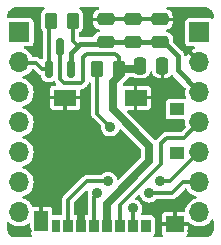
<source format=gbr>
%TF.GenerationSoftware,KiCad,Pcbnew,7.0.9*%
%TF.CreationDate,2024-02-17T11:22:31-05:00*%
%TF.ProjectId,uSD Card with Power Switch - for Xiao or QT Py,75534420-4361-4726-9420-776974682050,V1*%
%TF.SameCoordinates,Original*%
%TF.FileFunction,Copper,L1,Top*%
%TF.FilePolarity,Positive*%
%FSLAX46Y46*%
G04 Gerber Fmt 4.6, Leading zero omitted, Abs format (unit mm)*
G04 Created by KiCad (PCBNEW 7.0.9) date 2024-02-17 11:22:31*
%MOMM*%
%LPD*%
G01*
G04 APERTURE LIST*
G04 Aperture macros list*
%AMRoundRect*
0 Rectangle with rounded corners*
0 $1 Rounding radius*
0 $2 $3 $4 $5 $6 $7 $8 $9 X,Y pos of 4 corners*
0 Add a 4 corners polygon primitive as box body*
4,1,4,$2,$3,$4,$5,$6,$7,$8,$9,$2,$3,0*
0 Add four circle primitives for the rounded corners*
1,1,$1+$1,$2,$3*
1,1,$1+$1,$4,$5*
1,1,$1+$1,$6,$7*
1,1,$1+$1,$8,$9*
0 Add four rect primitives between the rounded corners*
20,1,$1+$1,$2,$3,$4,$5,0*
20,1,$1+$1,$4,$5,$6,$7,0*
20,1,$1+$1,$6,$7,$8,$9,0*
20,1,$1+$1,$8,$9,$2,$3,0*%
G04 Aperture macros list end*
%TA.AperFunction,ComponentPad*%
%ADD10R,1.700000X1.700000*%
%TD*%
%TA.AperFunction,ComponentPad*%
%ADD11O,1.700000X1.700000*%
%TD*%
%TA.AperFunction,SMDPad,CuDef*%
%ADD12RoundRect,0.250000X0.475000X-0.250000X0.475000X0.250000X-0.475000X0.250000X-0.475000X-0.250000X0*%
%TD*%
%TA.AperFunction,SMDPad,CuDef*%
%ADD13RoundRect,0.150000X0.150000X-0.587500X0.150000X0.587500X-0.150000X0.587500X-0.150000X-0.587500X0*%
%TD*%
%TA.AperFunction,SMDPad,CuDef*%
%ADD14R,0.850000X1.100000*%
%TD*%
%TA.AperFunction,SMDPad,CuDef*%
%ADD15R,0.750000X1.100000*%
%TD*%
%TA.AperFunction,SMDPad,CuDef*%
%ADD16R,1.200000X1.000000*%
%TD*%
%TA.AperFunction,SMDPad,CuDef*%
%ADD17R,1.550000X1.350000*%
%TD*%
%TA.AperFunction,SMDPad,CuDef*%
%ADD18R,1.900000X1.350000*%
%TD*%
%TA.AperFunction,SMDPad,CuDef*%
%ADD19R,1.170000X1.800000*%
%TD*%
%TA.AperFunction,SMDPad,CuDef*%
%ADD20RoundRect,0.250000X0.262500X0.450000X-0.262500X0.450000X-0.262500X-0.450000X0.262500X-0.450000X0*%
%TD*%
%TA.AperFunction,SMDPad,CuDef*%
%ADD21RoundRect,0.250000X-0.250000X-0.475000X0.250000X-0.475000X0.250000X0.475000X-0.250000X0.475000X0*%
%TD*%
%TA.AperFunction,ViaPad*%
%ADD22C,0.800000*%
%TD*%
%TA.AperFunction,ViaPad*%
%ADD23C,0.900000*%
%TD*%
%TA.AperFunction,Conductor*%
%ADD24C,0.300000*%
%TD*%
%TA.AperFunction,Conductor*%
%ADD25C,0.700000*%
%TD*%
%TA.AperFunction,Conductor*%
%ADD26C,0.450000*%
%TD*%
G04 APERTURE END LIST*
D10*
%TO.P,J2,1,Pin_1*%
%TO.N,unconnected-(J2-Pin_1-Pad1)*%
X151300000Y-71380000D03*
D11*
%TO.P,J2,2,Pin_2*%
%TO.N,PWR_ENABLE_N*%
X151300000Y-73920000D03*
%TO.P,J2,3,Pin_3*%
%TO.N,Net-(J2-Pin_3)*%
X151300000Y-76460000D03*
%TO.P,J2,4,Pin_4*%
%TO.N,Net-(J2-Pin_4)*%
X151300000Y-79000000D03*
%TO.P,J2,5,Pin_5*%
%TO.N,unconnected-(J2-Pin_5-Pad5)*%
X151300000Y-81540000D03*
%TO.P,J2,6,Pin_6*%
%TO.N,unconnected-(J2-Pin_6-Pad6)*%
X151300000Y-84080000D03*
%TO.P,J2,7,Pin_7*%
%TO.N,unconnected-(J2-Pin_7-Pad7)*%
X151300000Y-86620000D03*
%TD*%
D12*
%TO.P,C1,1*%
%TO.N,+3.3V*%
X163200000Y-72200000D03*
%TO.P,C1,2*%
%TO.N,GND*%
X163200000Y-70300000D03*
%TD*%
%TO.P,C3,1*%
%TO.N,+3.3V*%
X158600000Y-72200000D03*
%TO.P,C3,2*%
%TO.N,GND*%
X158600000Y-70300000D03*
%TD*%
D13*
%TO.P,Q1,1,G*%
%TO.N,PWR_ENABLE_N*%
X153800000Y-74475000D03*
%TO.P,Q1,2,S*%
%TO.N,+3.3V*%
X155700000Y-74475000D03*
%TO.P,Q1,3,D*%
%TO.N,/SD_PWR_RAIL*%
X154750000Y-72600000D03*
%TD*%
D14*
%TO.P,J3,1,DAT2*%
%TO.N,unconnected-(J3-DAT2-Pad1)*%
X162005000Y-87750000D03*
%TO.P,J3,2,DAT3/CD*%
%TO.N,CS_N*%
X160905000Y-87750000D03*
%TO.P,J3,3,CMD*%
%TO.N,MOSI*%
X159805000Y-87750000D03*
%TO.P,J3,4,VDD*%
%TO.N,/SD_PWR_RAIL*%
X158705000Y-87750000D03*
%TO.P,J3,5,CLK*%
%TO.N,SCLK*%
X157605000Y-87750000D03*
%TO.P,J3,6,VSS*%
%TO.N,GND*%
X156505000Y-87750000D03*
%TO.P,J3,7,DAT0*%
%TO.N,MISO*%
X155405000Y-87750000D03*
D15*
%TO.P,J3,8,DAT1*%
%TO.N,unconnected-(J3-DAT1-Pad8)*%
X154355000Y-87750000D03*
D16*
%TO.P,J3,9,DET_B*%
%TO.N,unconnected-(J3-DET_B-Pad9)*%
X164640000Y-81600000D03*
%TO.P,J3,10,DET_A*%
%TO.N,unconnected-(J3-DET_A-Pad10)*%
X164640000Y-77900000D03*
D17*
%TO.P,J3,11,SHIELD*%
%TO.N,GND*%
X164465000Y-87625000D03*
D18*
X161140000Y-76925000D03*
X155170000Y-76925000D03*
D19*
X153145000Y-87400000D03*
%TD*%
D20*
%TO.P,R1,1*%
%TO.N,/SD_PWR_RAIL*%
X159700000Y-74500000D03*
%TO.P,R1,2*%
%TO.N,CS_N*%
X157875000Y-74500000D03*
%TD*%
D21*
%TO.P,C2,1*%
%TO.N,/SD_PWR_RAIL*%
X161500000Y-74200000D03*
%TO.P,C2,2*%
%TO.N,GND*%
X163400000Y-74200000D03*
%TD*%
D20*
%TO.P,R2,1*%
%TO.N,+3.3V*%
X155825000Y-70400000D03*
%TO.P,R2,2*%
%TO.N,PWR_ENABLE_N*%
X154000000Y-70400000D03*
%TD*%
D10*
%TO.P,J1,1,Pin_1*%
%TO.N,+5V*%
X166540000Y-71380000D03*
D11*
%TO.P,J1,2,Pin_2*%
%TO.N,GND*%
X166540000Y-73920000D03*
%TO.P,J1,3,Pin_3*%
%TO.N,+3.3V*%
X166540000Y-76460000D03*
%TO.P,J1,4,Pin_4*%
%TO.N,MOSI*%
X166540000Y-79000000D03*
%TO.P,J1,5,Pin_5*%
%TO.N,MISO*%
X166540000Y-81540000D03*
%TO.P,J1,6,Pin_6*%
%TO.N,SCLK*%
X166540000Y-84080000D03*
%TO.P,J1,7,Pin_7*%
%TO.N,unconnected-(J1-Pin_7-Pad7)*%
X166540000Y-86620000D03*
%TD*%
D12*
%TO.P,C4,1*%
%TO.N,+3.3V*%
X160900000Y-72200000D03*
%TO.P,C4,2*%
%TO.N,GND*%
X160900000Y-70300000D03*
%TD*%
D22*
%TO.N,GND*%
X167000000Y-88200000D03*
D23*
X153300000Y-76100000D03*
X157200000Y-71200000D03*
X156420525Y-86279475D03*
X153200000Y-83700000D03*
X163100000Y-77800000D03*
D22*
X152700000Y-69800000D03*
D23*
X161000000Y-81600000D03*
X161700000Y-78500000D03*
X164500000Y-76200000D03*
X162300000Y-86300000D03*
X156500000Y-78600000D03*
X163000000Y-79500000D03*
X164700000Y-71400000D03*
X153100000Y-85500000D03*
D22*
X150800000Y-88200000D03*
D23*
X164700000Y-70100000D03*
X155000000Y-78600000D03*
X154800000Y-84500000D03*
D22*
X165900000Y-88200000D03*
X151900000Y-88200000D03*
D23*
X163300000Y-76200000D03*
X153600000Y-82200000D03*
X164200000Y-86000000D03*
%TO.N,MISO*%
X163200000Y-84000000D03*
X158800000Y-84000000D03*
%TO.N,SCLK*%
X162300000Y-85000000D03*
X157900000Y-85000000D03*
%TO.N,CS_N*%
X160900000Y-86300000D03*
X159000000Y-79400000D03*
%TD*%
D24*
%TO.N,GND*%
X166540000Y-73920000D02*
X164700000Y-72080000D01*
D25*
X156505000Y-86363950D02*
X156505000Y-87750000D01*
D24*
X158600000Y-70300000D02*
X163200000Y-70300000D01*
X164700000Y-72080000D02*
X164700000Y-71400000D01*
D25*
X156420525Y-86279475D02*
X156505000Y-86363950D01*
D24*
%TO.N,+3.3V*%
X155700000Y-70525000D02*
X155825000Y-70400000D01*
X155825000Y-70400000D02*
X155825000Y-72125000D01*
D26*
X158600000Y-72200000D02*
X158400000Y-72400000D01*
D24*
X163200000Y-72200000D02*
X163500000Y-72200000D01*
X155825000Y-72125000D02*
X156275000Y-72575000D01*
D26*
X156450000Y-72400000D02*
X156275000Y-72575000D01*
X155700000Y-73150000D02*
X155700000Y-74475000D01*
X166540000Y-76460000D02*
X164700000Y-74620000D01*
X164700000Y-73400000D02*
X163500000Y-72200000D01*
X164700000Y-74620000D02*
X164700000Y-73400000D01*
X156275000Y-72575000D02*
X155700000Y-73150000D01*
X160900000Y-72200000D02*
X163200000Y-72200000D01*
X158400000Y-72400000D02*
X156450000Y-72400000D01*
X160900000Y-72200000D02*
X158600000Y-72200000D01*
D24*
%TO.N,MOSI*%
X163800000Y-80300000D02*
X165240000Y-80300000D01*
X159805000Y-87750000D02*
X159805000Y-85995000D01*
X165240000Y-80300000D02*
X166540000Y-79000000D01*
X163300000Y-82500000D02*
X163300000Y-80800000D01*
X163300000Y-80800000D02*
X163800000Y-80300000D01*
X159805000Y-85995000D02*
X163300000Y-82500000D01*
%TO.N,MISO*%
X164080000Y-84000000D02*
X166540000Y-81540000D01*
X155405000Y-85595000D02*
X155405000Y-87750000D01*
X158800000Y-84000000D02*
X157000000Y-84000000D01*
X157000000Y-84000000D02*
X155405000Y-85595000D01*
X163200000Y-84000000D02*
X164080000Y-84000000D01*
%TO.N,SCLK*%
X164200000Y-85000000D02*
X165120000Y-84080000D01*
X157900000Y-85000000D02*
X157605000Y-85295000D01*
X162300000Y-85000000D02*
X164200000Y-85000000D01*
X165120000Y-84080000D02*
X166540000Y-84080000D01*
X157605000Y-85295000D02*
X157605000Y-87750000D01*
%TO.N,CS_N*%
X160905000Y-87750000D02*
X160905000Y-86305000D01*
X159000000Y-79400000D02*
X157875000Y-78275000D01*
X157875000Y-78275000D02*
X157875000Y-74500000D01*
X160905000Y-86305000D02*
X160900000Y-86300000D01*
%TO.N,PWR_ENABLE_N*%
X153175000Y-74475000D02*
X152700000Y-74000000D01*
X151380000Y-74000000D02*
X151300000Y-73920000D01*
X153800000Y-74475000D02*
X153175000Y-74475000D01*
X152700000Y-74000000D02*
X151380000Y-74000000D01*
X153800000Y-70600000D02*
X153800000Y-74475000D01*
X154000000Y-70400000D02*
X153800000Y-70600000D01*
%TO.N,/SD_PWR_RAIL*%
X159400000Y-73200000D02*
X159700000Y-73500000D01*
D25*
X161200000Y-74500000D02*
X161500000Y-74200000D01*
D24*
X154750000Y-75350000D02*
X155100000Y-75700000D01*
D25*
X159200000Y-77900000D02*
X159200000Y-75600000D01*
D24*
X155100000Y-75700000D02*
X156500000Y-75700000D01*
D25*
X158705000Y-85895000D02*
X162300000Y-82300000D01*
X159200000Y-75600000D02*
X159700000Y-75100000D01*
X159700000Y-75100000D02*
X159700000Y-74500000D01*
D24*
X157000000Y-73200000D02*
X159400000Y-73200000D01*
D25*
X162300000Y-81000000D02*
X159200000Y-77900000D01*
D24*
X156700000Y-73500000D02*
X157000000Y-73200000D01*
X156700000Y-75500000D02*
X156700000Y-73500000D01*
D25*
X158705000Y-87750000D02*
X158705000Y-85895000D01*
X162300000Y-82300000D02*
X162300000Y-81000000D01*
X159700000Y-74500000D02*
X161200000Y-74500000D01*
D24*
X154750000Y-72600000D02*
X154750000Y-75350000D01*
X159700000Y-73500000D02*
X159700000Y-74500000D01*
X156500000Y-75700000D02*
X156700000Y-75500000D01*
%TD*%
%TA.AperFunction,Conductor*%
%TO.N,GND*%
G36*
X150432931Y-87454035D02*
G01*
X150573438Y-87582124D01*
X150762599Y-87699247D01*
X150970060Y-87779618D01*
X151188757Y-87820500D01*
X151188758Y-87820500D01*
X151411242Y-87820500D01*
X151411243Y-87820500D01*
X151629940Y-87779618D01*
X151837401Y-87699247D01*
X152026562Y-87582124D01*
X152027560Y-87581213D01*
X152028076Y-87580980D01*
X152030582Y-87579088D01*
X152031008Y-87579652D01*
X152088927Y-87553430D01*
X152154907Y-87567022D01*
X152200297Y-87616801D01*
X152210000Y-87661759D01*
X152210000Y-88333218D01*
X152210001Y-88333222D01*
X152219911Y-88401248D01*
X152271212Y-88506186D01*
X152328451Y-88563425D01*
X152359034Y-88623449D01*
X152348496Y-88689985D01*
X152300861Y-88737620D01*
X152251376Y-88749500D01*
X151002677Y-88749500D01*
X150997332Y-88749237D01*
X150864461Y-88736151D01*
X150843505Y-88731982D01*
X150723453Y-88695564D01*
X150703712Y-88687388D01*
X150593067Y-88628246D01*
X150575302Y-88616376D01*
X150478322Y-88536788D01*
X150463211Y-88521677D01*
X150450740Y-88506481D01*
X150383622Y-88424696D01*
X150371753Y-88406932D01*
X150312608Y-88296280D01*
X150304436Y-88276552D01*
X150268015Y-88156486D01*
X150263849Y-88135545D01*
X150250763Y-88002666D01*
X150250500Y-87997322D01*
X150250500Y-87534588D01*
X150271317Y-87470519D01*
X150325817Y-87430923D01*
X150393183Y-87430923D01*
X150432931Y-87454035D01*
G37*
%TD.AperFunction*%
%TA.AperFunction,Conductor*%
G36*
X165444702Y-84601317D02*
G01*
X165478205Y-84640913D01*
X165514942Y-84714690D01*
X165514944Y-84714693D01*
X165635120Y-84873831D01*
X165649019Y-84892236D01*
X165813438Y-85042124D01*
X166002599Y-85159247D01*
X166210060Y-85239618D01*
X166227382Y-85242856D01*
X166286535Y-85275091D01*
X166315442Y-85335939D01*
X166303064Y-85402158D01*
X166254127Y-85448454D01*
X166227382Y-85457144D01*
X166210063Y-85460381D01*
X166210050Y-85460385D01*
X166002607Y-85540749D01*
X166002595Y-85540755D01*
X165813440Y-85657874D01*
X165813436Y-85657877D01*
X165649017Y-85807765D01*
X165514945Y-85985306D01*
X165514943Y-85985309D01*
X165514942Y-85985311D01*
X165464954Y-86085698D01*
X165415770Y-86184473D01*
X165354885Y-86398463D01*
X165354885Y-86398464D01*
X165345378Y-86501058D01*
X165318738Y-86562932D01*
X165260817Y-86597331D01*
X165236843Y-86600000D01*
X164615001Y-86600000D01*
X164615000Y-86600001D01*
X164615000Y-87474999D01*
X164615001Y-87475000D01*
X165612211Y-87475000D01*
X165626938Y-87467495D01*
X165693474Y-87478029D01*
X165717428Y-87494600D01*
X165781962Y-87553430D01*
X165813438Y-87582124D01*
X166002599Y-87699247D01*
X166210060Y-87779618D01*
X166428757Y-87820500D01*
X166428758Y-87820500D01*
X166651242Y-87820500D01*
X166651243Y-87820500D01*
X166869940Y-87779618D01*
X167077401Y-87699247D01*
X167266562Y-87582124D01*
X167430981Y-87432236D01*
X167553516Y-87269972D01*
X167608738Y-87231390D01*
X167676092Y-87232635D01*
X167729852Y-87273232D01*
X167749500Y-87335660D01*
X167749500Y-87997322D01*
X167749237Y-88002667D01*
X167736151Y-88135538D01*
X167731982Y-88156495D01*
X167695565Y-88276545D01*
X167687388Y-88296287D01*
X167628246Y-88406932D01*
X167616376Y-88424697D01*
X167536788Y-88521677D01*
X167521677Y-88536788D01*
X167424697Y-88616376D01*
X167406932Y-88628246D01*
X167296287Y-88687388D01*
X167276545Y-88695565D01*
X167156495Y-88731982D01*
X167135538Y-88736151D01*
X167002668Y-88749237D01*
X166997323Y-88749500D01*
X165548624Y-88749500D01*
X165484555Y-88728683D01*
X165444959Y-88674183D01*
X165444959Y-88606817D01*
X165471549Y-88563425D01*
X165528787Y-88506186D01*
X165580088Y-88401245D01*
X165580089Y-88401244D01*
X165589999Y-88333221D01*
X165590000Y-88333221D01*
X165590000Y-87775001D01*
X165589999Y-87775000D01*
X163340002Y-87775000D01*
X163340001Y-87775001D01*
X163340001Y-88333222D01*
X163349911Y-88401248D01*
X163401212Y-88506186D01*
X163458451Y-88563425D01*
X163489034Y-88623449D01*
X163478496Y-88689985D01*
X163430861Y-88737620D01*
X163381376Y-88749500D01*
X162739330Y-88749500D01*
X162675261Y-88728683D01*
X162635665Y-88674183D01*
X162635665Y-88606817D01*
X162662253Y-88563427D01*
X162719198Y-88506483D01*
X162770573Y-88401393D01*
X162780500Y-88333260D01*
X162780500Y-87474999D01*
X163340000Y-87474999D01*
X163340001Y-87475000D01*
X164314999Y-87475000D01*
X164315000Y-87474999D01*
X164315000Y-86600001D01*
X164314999Y-86600000D01*
X163656781Y-86600000D01*
X163656777Y-86600001D01*
X163588751Y-86609911D01*
X163483813Y-86661212D01*
X163401212Y-86743813D01*
X163349911Y-86848754D01*
X163349910Y-86848755D01*
X163340000Y-86916778D01*
X163340000Y-87474999D01*
X162780500Y-87474999D01*
X162780500Y-87166740D01*
X162770573Y-87098607D01*
X162719198Y-86993517D01*
X162636483Y-86910802D01*
X162636481Y-86910801D01*
X162636482Y-86910801D01*
X162531391Y-86859426D01*
X162463262Y-86849500D01*
X162463260Y-86849500D01*
X161697355Y-86849500D01*
X161633286Y-86828683D01*
X161593690Y-86774183D01*
X161593690Y-86706817D01*
X161605060Y-86682511D01*
X161625789Y-86649522D01*
X161636589Y-86618656D01*
X161685366Y-86479262D01*
X161685367Y-86479257D01*
X161685368Y-86479255D01*
X161705565Y-86300000D01*
X161685368Y-86120745D01*
X161685367Y-86120742D01*
X161685366Y-86120737D01*
X161625791Y-85950483D01*
X161625790Y-85950480D01*
X161596798Y-85904339D01*
X161529816Y-85797738D01*
X161402262Y-85670184D01*
X161249522Y-85574211D01*
X161249519Y-85574209D01*
X161179230Y-85549614D01*
X161125633Y-85508804D01*
X161106258Y-85444285D01*
X161128508Y-85380700D01*
X161138149Y-85369663D01*
X161343737Y-85164075D01*
X161403759Y-85133494D01*
X161470295Y-85144032D01*
X161517930Y-85191667D01*
X161523693Y-85205152D01*
X161574208Y-85349516D01*
X161574209Y-85349519D01*
X161574211Y-85349522D01*
X161670184Y-85502262D01*
X161797738Y-85629816D01*
X161918047Y-85705411D01*
X161950480Y-85725790D01*
X161950483Y-85725791D01*
X162120737Y-85785366D01*
X162120742Y-85785367D01*
X162120745Y-85785368D01*
X162300000Y-85805565D01*
X162479255Y-85785368D01*
X162479259Y-85785366D01*
X162479262Y-85785366D01*
X162649516Y-85725791D01*
X162649519Y-85725790D01*
X162649518Y-85725790D01*
X162649522Y-85725789D01*
X162802262Y-85629816D01*
X162899654Y-85532423D01*
X162959676Y-85501842D01*
X162976727Y-85500500D01*
X164134469Y-85500500D01*
X164157638Y-85502991D01*
X164158531Y-85503185D01*
X164163927Y-85504359D01*
X164215937Y-85500638D01*
X164219823Y-85500500D01*
X164235794Y-85500500D01*
X164235799Y-85500500D01*
X164251614Y-85498225D01*
X164255482Y-85497810D01*
X164261786Y-85497359D01*
X164307483Y-85494091D01*
X164313509Y-85491843D01*
X164336090Y-85486080D01*
X164342457Y-85485165D01*
X164389911Y-85463492D01*
X164393455Y-85462024D01*
X164442331Y-85443796D01*
X164447479Y-85439942D01*
X164467519Y-85428050D01*
X164473373Y-85425377D01*
X164512788Y-85391222D01*
X164515772Y-85388817D01*
X164528593Y-85379221D01*
X164539896Y-85367916D01*
X164542738Y-85365271D01*
X164582143Y-85331128D01*
X164585621Y-85325714D01*
X164600238Y-85307574D01*
X165295389Y-84612425D01*
X165355413Y-84581842D01*
X165372464Y-84580500D01*
X165380633Y-84580500D01*
X165444702Y-84601317D01*
G37*
%TD.AperFunction*%
%TA.AperFunction,Conductor*%
G36*
X157049821Y-84764507D02*
G01*
X157097456Y-84812142D01*
X157108651Y-84873831D01*
X157094435Y-85000000D01*
X157111965Y-85155590D01*
X157110735Y-85179690D01*
X157111465Y-85179743D01*
X157107188Y-85239518D01*
X157106773Y-85243383D01*
X157104500Y-85259197D01*
X157104500Y-85275176D01*
X157104361Y-85279061D01*
X157100641Y-85331073D01*
X157102009Y-85337363D01*
X157104500Y-85360530D01*
X157104500Y-86744552D01*
X157083683Y-86808621D01*
X157029183Y-86848217D01*
X156979786Y-86852413D01*
X156963224Y-86850000D01*
X156655001Y-86850000D01*
X156655000Y-86850001D01*
X156655000Y-87791000D01*
X156634183Y-87855069D01*
X156579683Y-87894665D01*
X156546000Y-87900000D01*
X156464000Y-87900000D01*
X156399931Y-87879183D01*
X156360335Y-87824683D01*
X156355000Y-87791000D01*
X156355000Y-86850001D01*
X156354999Y-86850000D01*
X156046783Y-86850000D01*
X156030212Y-86852415D01*
X155963812Y-86841050D01*
X155916773Y-86792827D01*
X155905500Y-86744553D01*
X155905500Y-85847464D01*
X155926317Y-85783395D01*
X155937425Y-85770389D01*
X156428749Y-85279065D01*
X156923263Y-84784550D01*
X156983285Y-84753969D01*
X157049821Y-84764507D01*
G37*
%TD.AperFunction*%
%TA.AperFunction,Conductor*%
G36*
X152511605Y-74521317D02*
G01*
X152524611Y-74532425D01*
X152774757Y-74782571D01*
X152789376Y-74800712D01*
X152792857Y-74806128D01*
X152832261Y-74840271D01*
X152835099Y-74842914D01*
X152846411Y-74854225D01*
X152859194Y-74863792D01*
X152862220Y-74866231D01*
X152901627Y-74900377D01*
X152907476Y-74903048D01*
X152927520Y-74914940D01*
X152932669Y-74918795D01*
X152981532Y-74937020D01*
X152985094Y-74938495D01*
X153032543Y-74960165D01*
X153038905Y-74961080D01*
X153061494Y-74966845D01*
X153074823Y-74971817D01*
X153073918Y-74974241D01*
X153121836Y-75002198D01*
X153148955Y-75063864D01*
X153149501Y-75074763D01*
X153149501Y-75110372D01*
X153155909Y-75169983D01*
X153206204Y-75304831D01*
X153206205Y-75304832D01*
X153206206Y-75304836D01*
X153292449Y-75420040D01*
X153292451Y-75420042D01*
X153292454Y-75420046D01*
X153292457Y-75420048D01*
X153292459Y-75420050D01*
X153407663Y-75506293D01*
X153407665Y-75506293D01*
X153407669Y-75506296D01*
X153542517Y-75556591D01*
X153602127Y-75563000D01*
X153997872Y-75562999D01*
X154057483Y-75556591D01*
X154161999Y-75517608D01*
X154229302Y-75514723D01*
X154285448Y-75551949D01*
X154302216Y-75581641D01*
X154306202Y-75592328D01*
X154306203Y-75592329D01*
X154310063Y-75597486D01*
X154321948Y-75617517D01*
X154324623Y-75623373D01*
X154333842Y-75634012D01*
X154358765Y-75662776D01*
X154361206Y-75665805D01*
X154370779Y-75678593D01*
X154375820Y-75683634D01*
X154382078Y-75689893D01*
X154384728Y-75692739D01*
X154408020Y-75719620D01*
X154434244Y-75781672D01*
X154418986Y-75847287D01*
X154368075Y-75891402D01*
X154325645Y-75900000D01*
X154186781Y-75900000D01*
X154186777Y-75900001D01*
X154118751Y-75909911D01*
X154013813Y-75961212D01*
X153931212Y-76043813D01*
X153879911Y-76148754D01*
X153879910Y-76148755D01*
X153870000Y-76216778D01*
X153870000Y-76774999D01*
X153870001Y-76775000D01*
X156469998Y-76775000D01*
X156469999Y-76774999D01*
X156469999Y-76305406D01*
X156490816Y-76241337D01*
X156545316Y-76201741D01*
X156571222Y-76196684D01*
X156607483Y-76194091D01*
X156613509Y-76191843D01*
X156636090Y-76186080D01*
X156642457Y-76185165D01*
X156689911Y-76163492D01*
X156693455Y-76162024D01*
X156742331Y-76143796D01*
X156747479Y-76139942D01*
X156767519Y-76128050D01*
X156773373Y-76125377D01*
X156812788Y-76091222D01*
X156815772Y-76088817D01*
X156828593Y-76079221D01*
X156839896Y-76067916D01*
X156842738Y-76065271D01*
X156882143Y-76031128D01*
X156885621Y-76025714D01*
X156900238Y-76007574D01*
X157007574Y-75900238D01*
X157025714Y-75885621D01*
X157031128Y-75882143D01*
X157065271Y-75842738D01*
X157067918Y-75839895D01*
X157079221Y-75828593D01*
X157088817Y-75815772D01*
X157091222Y-75812788D01*
X157125377Y-75773373D01*
X157128050Y-75767519D01*
X157139942Y-75747479D01*
X157139972Y-75747438D01*
X157143796Y-75742331D01*
X157162034Y-75693429D01*
X157163494Y-75689906D01*
X157166359Y-75683633D01*
X157211920Y-75634012D01*
X157277947Y-75620647D01*
X157339219Y-75648644D01*
X157372333Y-75707309D01*
X157374500Y-75728934D01*
X157374500Y-78209469D01*
X157372009Y-78232637D01*
X157370641Y-78238925D01*
X157374361Y-78290934D01*
X157374500Y-78294823D01*
X157374500Y-78310795D01*
X157374501Y-78310810D01*
X157376773Y-78326615D01*
X157377188Y-78330481D01*
X157380908Y-78382478D01*
X157380909Y-78382484D01*
X157383159Y-78388516D01*
X157388918Y-78411084D01*
X157389833Y-78417453D01*
X157389834Y-78417454D01*
X157411495Y-78464887D01*
X157412983Y-78468481D01*
X157431203Y-78517330D01*
X157435063Y-78522486D01*
X157446948Y-78542517D01*
X157449623Y-78548373D01*
X157463573Y-78564472D01*
X157483765Y-78587776D01*
X157486206Y-78590805D01*
X157495779Y-78603593D01*
X157498667Y-78606481D01*
X157507078Y-78614893D01*
X157509728Y-78617739D01*
X157543869Y-78657141D01*
X157543871Y-78657142D01*
X157543872Y-78657143D01*
X157549285Y-78660622D01*
X157567428Y-78675242D01*
X158167216Y-79275029D01*
X158197799Y-79335053D01*
X158198456Y-79364306D01*
X158194435Y-79400000D01*
X158197405Y-79426357D01*
X158214632Y-79579257D01*
X158214633Y-79579262D01*
X158274208Y-79749516D01*
X158274209Y-79749519D01*
X158274211Y-79749522D01*
X158370184Y-79902262D01*
X158497738Y-80029816D01*
X158650478Y-80125789D01*
X158650480Y-80125790D01*
X158650483Y-80125791D01*
X158820737Y-80185366D01*
X158820742Y-80185367D01*
X158820745Y-80185368D01*
X159000000Y-80205565D01*
X159179255Y-80185368D01*
X159179259Y-80185366D01*
X159179262Y-80185366D01*
X159349516Y-80125791D01*
X159349519Y-80125790D01*
X159349518Y-80125790D01*
X159349522Y-80125789D01*
X159502262Y-80029816D01*
X159629816Y-79902262D01*
X159725789Y-79749522D01*
X159754832Y-79666519D01*
X159795641Y-79612924D01*
X159860160Y-79593549D01*
X159923745Y-79615798D01*
X159934790Y-79625447D01*
X161567575Y-81258232D01*
X161598158Y-81318256D01*
X161599500Y-81335307D01*
X161599500Y-81964692D01*
X161578683Y-82028761D01*
X161567575Y-82041767D01*
X159760711Y-83848630D01*
X159700687Y-83879213D01*
X159634151Y-83868675D01*
X159586516Y-83821040D01*
X159580753Y-83807555D01*
X159525791Y-83650483D01*
X159525790Y-83650480D01*
X159507128Y-83620779D01*
X159429816Y-83497738D01*
X159302262Y-83370184D01*
X159149522Y-83274211D01*
X159149519Y-83274209D01*
X159149516Y-83274208D01*
X158979262Y-83214633D01*
X158979257Y-83214632D01*
X158800000Y-83194435D01*
X158620742Y-83214632D01*
X158620737Y-83214633D01*
X158450483Y-83274208D01*
X158450480Y-83274209D01*
X158297739Y-83370183D01*
X158297738Y-83370183D01*
X158297738Y-83370184D01*
X158200345Y-83467576D01*
X158140324Y-83498158D01*
X158123273Y-83499500D01*
X157065531Y-83499500D01*
X157042362Y-83497009D01*
X157036073Y-83495641D01*
X156984062Y-83499361D01*
X156980177Y-83499500D01*
X156964197Y-83499500D01*
X156948383Y-83501773D01*
X156944518Y-83502188D01*
X156892518Y-83505908D01*
X156892514Y-83505909D01*
X156886482Y-83508159D01*
X156863923Y-83513917D01*
X156857545Y-83514834D01*
X156857539Y-83514836D01*
X156810117Y-83536493D01*
X156806522Y-83537982D01*
X156757669Y-83556204D01*
X156757663Y-83556207D01*
X156752508Y-83560066D01*
X156732489Y-83571945D01*
X156726626Y-83574623D01*
X156726625Y-83574623D01*
X156687223Y-83608764D01*
X156684197Y-83611203D01*
X156671409Y-83620777D01*
X156660103Y-83632081D01*
X156657259Y-83634729D01*
X156617855Y-83668873D01*
X156617854Y-83668874D01*
X156614375Y-83674288D01*
X156599758Y-83692426D01*
X155097426Y-85194758D01*
X155079288Y-85209375D01*
X155073874Y-85212854D01*
X155073873Y-85212855D01*
X155039729Y-85252259D01*
X155037081Y-85255103D01*
X155025777Y-85266409D01*
X155016203Y-85279197D01*
X155013764Y-85282223D01*
X154979623Y-85321625D01*
X154979623Y-85321626D01*
X154976945Y-85327489D01*
X154965066Y-85347508D01*
X154961207Y-85352663D01*
X154961204Y-85352669D01*
X154942982Y-85401522D01*
X154941493Y-85405117D01*
X154919836Y-85452539D01*
X154919834Y-85452545D01*
X154918917Y-85458923D01*
X154913159Y-85481482D01*
X154910909Y-85487514D01*
X154910908Y-85487518D01*
X154907188Y-85539518D01*
X154906773Y-85543383D01*
X154904500Y-85559197D01*
X154904500Y-85575176D01*
X154904361Y-85579061D01*
X154900641Y-85631073D01*
X154902009Y-85637363D01*
X154904500Y-85660530D01*
X154904500Y-86744046D01*
X154883683Y-86808115D01*
X154829183Y-86847711D01*
X154779786Y-86851907D01*
X154763265Y-86849500D01*
X154763260Y-86849500D01*
X154188999Y-86849500D01*
X154124930Y-86828683D01*
X154085334Y-86774183D01*
X154079999Y-86740500D01*
X154079999Y-86466781D01*
X154079998Y-86466777D01*
X154070088Y-86398751D01*
X154018787Y-86293813D01*
X153936186Y-86211212D01*
X153831245Y-86159911D01*
X153831244Y-86159910D01*
X153763221Y-86150000D01*
X153295001Y-86150000D01*
X153295000Y-86150001D01*
X153295000Y-87441000D01*
X153274183Y-87505069D01*
X153219683Y-87544665D01*
X153186000Y-87550000D01*
X153104000Y-87550000D01*
X153039931Y-87529183D01*
X153000335Y-87474683D01*
X152995000Y-87441000D01*
X152995000Y-86150001D01*
X152994999Y-86150000D01*
X152526784Y-86150000D01*
X152493265Y-86154884D01*
X152426864Y-86143520D01*
X152379980Y-86095609D01*
X152325058Y-85985311D01*
X152220961Y-85847464D01*
X152190982Y-85807765D01*
X152164250Y-85783395D01*
X152026562Y-85657876D01*
X151983273Y-85631073D01*
X151891438Y-85574211D01*
X151837401Y-85540753D01*
X151837396Y-85540751D01*
X151837392Y-85540749D01*
X151629949Y-85460385D01*
X151629944Y-85460383D01*
X151629940Y-85460382D01*
X151612617Y-85457143D01*
X151553465Y-85424909D01*
X151524557Y-85364061D01*
X151536935Y-85297843D01*
X151585871Y-85251546D01*
X151612618Y-85242856D01*
X151629940Y-85239618D01*
X151837401Y-85159247D01*
X152026562Y-85042124D01*
X152190981Y-84892236D01*
X152325058Y-84714689D01*
X152424229Y-84515528D01*
X152485115Y-84301536D01*
X152505643Y-84080000D01*
X152498624Y-84004257D01*
X152485115Y-83858464D01*
X152424229Y-83644472D01*
X152325058Y-83445311D01*
X152195848Y-83274209D01*
X152190982Y-83267765D01*
X152026563Y-83117877D01*
X152026559Y-83117874D01*
X151837404Y-83000755D01*
X151837405Y-83000755D01*
X151837401Y-83000753D01*
X151837396Y-83000751D01*
X151837392Y-83000749D01*
X151629949Y-82920385D01*
X151629944Y-82920383D01*
X151629940Y-82920382D01*
X151612617Y-82917143D01*
X151553465Y-82884909D01*
X151524557Y-82824061D01*
X151536935Y-82757843D01*
X151585871Y-82711546D01*
X151612618Y-82702856D01*
X151629940Y-82699618D01*
X151837401Y-82619247D01*
X152026562Y-82502124D01*
X152190981Y-82352236D01*
X152325058Y-82174689D01*
X152424229Y-81975528D01*
X152485115Y-81761536D01*
X152505643Y-81540000D01*
X152485115Y-81318464D01*
X152424229Y-81104472D01*
X152325058Y-80905311D01*
X152203088Y-80743796D01*
X152190982Y-80727765D01*
X152188363Y-80725377D01*
X152026562Y-80577876D01*
X151993926Y-80557669D01*
X151837404Y-80460755D01*
X151837405Y-80460755D01*
X151837401Y-80460753D01*
X151837396Y-80460751D01*
X151837392Y-80460749D01*
X151629949Y-80380385D01*
X151629944Y-80380383D01*
X151629940Y-80380382D01*
X151612617Y-80377143D01*
X151553465Y-80344909D01*
X151524557Y-80284061D01*
X151536935Y-80217843D01*
X151585871Y-80171546D01*
X151612618Y-80162856D01*
X151629940Y-80159618D01*
X151837401Y-80079247D01*
X152026562Y-79962124D01*
X152190981Y-79812236D01*
X152325058Y-79634689D01*
X152424229Y-79435528D01*
X152485115Y-79221536D01*
X152505643Y-79000000D01*
X152485115Y-78778464D01*
X152424229Y-78564472D01*
X152325058Y-78365311D01*
X152234613Y-78245542D01*
X152190982Y-78187765D01*
X152105604Y-78109932D01*
X152026562Y-78037876D01*
X151837401Y-77920753D01*
X151837396Y-77920751D01*
X151837392Y-77920749D01*
X151629949Y-77840385D01*
X151629944Y-77840383D01*
X151629940Y-77840382D01*
X151612617Y-77837143D01*
X151553465Y-77804909D01*
X151524557Y-77744061D01*
X151536935Y-77677843D01*
X151584099Y-77633222D01*
X153870001Y-77633222D01*
X153879911Y-77701248D01*
X153931212Y-77806186D01*
X154013813Y-77888787D01*
X154118754Y-77940088D01*
X154118755Y-77940089D01*
X154186778Y-77949999D01*
X155019998Y-77949999D01*
X155020000Y-77949998D01*
X155320000Y-77949998D01*
X155320001Y-77949999D01*
X156153219Y-77949999D01*
X156153222Y-77949998D01*
X156221248Y-77940088D01*
X156326186Y-77888787D01*
X156408787Y-77806186D01*
X156460088Y-77701245D01*
X156460089Y-77701244D01*
X156469999Y-77633221D01*
X156470000Y-77633221D01*
X156470000Y-77075001D01*
X156469999Y-77075000D01*
X155320001Y-77075000D01*
X155320000Y-77075001D01*
X155320000Y-77949998D01*
X155020000Y-77949998D01*
X155020000Y-77075001D01*
X155019999Y-77075000D01*
X153870002Y-77075000D01*
X153870001Y-77075001D01*
X153870001Y-77633222D01*
X151584099Y-77633222D01*
X151585871Y-77631546D01*
X151612618Y-77622856D01*
X151629940Y-77619618D01*
X151837401Y-77539247D01*
X152026562Y-77422124D01*
X152190981Y-77272236D01*
X152325058Y-77094689D01*
X152424229Y-76895528D01*
X152485115Y-76681536D01*
X152505643Y-76460000D01*
X152485115Y-76238464D01*
X152424229Y-76024472D01*
X152325058Y-75825311D01*
X152225500Y-75693474D01*
X152190982Y-75647765D01*
X152185160Y-75642457D01*
X152026562Y-75497876D01*
X152021169Y-75494537D01*
X151897000Y-75417655D01*
X151837401Y-75380753D01*
X151837396Y-75380751D01*
X151837392Y-75380749D01*
X151629949Y-75300385D01*
X151629944Y-75300383D01*
X151629940Y-75300382D01*
X151612617Y-75297143D01*
X151553465Y-75264909D01*
X151524557Y-75204061D01*
X151536935Y-75137843D01*
X151585871Y-75091546D01*
X151612618Y-75082856D01*
X151629940Y-75079618D01*
X151837401Y-74999247D01*
X152026562Y-74882124D01*
X152190981Y-74732236D01*
X152325058Y-74554689D01*
X152325058Y-74554687D01*
X152325060Y-74554686D01*
X152326654Y-74552113D01*
X152327622Y-74551293D01*
X152328095Y-74550668D01*
X152328236Y-74550774D01*
X152378083Y-74508603D01*
X152419324Y-74500500D01*
X152447536Y-74500500D01*
X152511605Y-74521317D01*
G37*
%TD.AperFunction*%
%TA.AperFunction,Conductor*%
G36*
X163505069Y-74070817D02*
G01*
X163544665Y-74125317D01*
X163550000Y-74159000D01*
X163550000Y-75274998D01*
X163550001Y-75274999D01*
X163689317Y-75274999D01*
X163806633Y-75259555D01*
X163952590Y-75199098D01*
X164077919Y-75102929D01*
X164077924Y-75102924D01*
X164125609Y-75040781D01*
X164181127Y-75002625D01*
X164248470Y-75004388D01*
X164283554Y-75026524D01*
X164283880Y-75026101D01*
X164288489Y-75029638D01*
X164289160Y-75030061D01*
X164289545Y-75030446D01*
X164289549Y-75030451D01*
X164316891Y-75051431D01*
X164322251Y-75056132D01*
X165342749Y-76076629D01*
X165373332Y-76136653D01*
X165370514Y-76183531D01*
X165354884Y-76238466D01*
X165334357Y-76459999D01*
X165334357Y-76460000D01*
X165354884Y-76681535D01*
X165354885Y-76681536D01*
X165415770Y-76895527D01*
X165415772Y-76895532D01*
X165416726Y-76897447D01*
X165416858Y-76898334D01*
X165417592Y-76900229D01*
X165417165Y-76900394D01*
X165426651Y-76964077D01*
X165395517Y-77023816D01*
X165335214Y-77053845D01*
X165303442Y-77053897D01*
X165284004Y-77051065D01*
X165273260Y-77049500D01*
X164006740Y-77049500D01*
X164006738Y-77049500D01*
X163938609Y-77059426D01*
X163938607Y-77059426D01*
X163833518Y-77110801D01*
X163750801Y-77193518D01*
X163699426Y-77298607D01*
X163699426Y-77298609D01*
X163689500Y-77366737D01*
X163689500Y-78433262D01*
X163699426Y-78501390D01*
X163699426Y-78501392D01*
X163749387Y-78603589D01*
X163750802Y-78606483D01*
X163833517Y-78689198D01*
X163938607Y-78740573D01*
X164006737Y-78750499D01*
X164006738Y-78750500D01*
X165237909Y-78750500D01*
X165301978Y-78771317D01*
X165341574Y-78825817D01*
X165346444Y-78869557D01*
X165334357Y-78999999D01*
X165334357Y-79000000D01*
X165354884Y-79221535D01*
X165354885Y-79221536D01*
X165394007Y-79359037D01*
X165391518Y-79426357D01*
X165366243Y-79465940D01*
X165064611Y-79767574D01*
X165004588Y-79798158D01*
X164987536Y-79799500D01*
X163865531Y-79799500D01*
X163842362Y-79797009D01*
X163836073Y-79795641D01*
X163784062Y-79799361D01*
X163780177Y-79799500D01*
X163764197Y-79799500D01*
X163748383Y-79801773D01*
X163744518Y-79802188D01*
X163692518Y-79805908D01*
X163692514Y-79805909D01*
X163686482Y-79808159D01*
X163663923Y-79813917D01*
X163657545Y-79814834D01*
X163657539Y-79814836D01*
X163610117Y-79836493D01*
X163606522Y-79837982D01*
X163557669Y-79856204D01*
X163557663Y-79856207D01*
X163552508Y-79860066D01*
X163532489Y-79871945D01*
X163526626Y-79874623D01*
X163526625Y-79874623D01*
X163487223Y-79908764D01*
X163484197Y-79911203D01*
X163471409Y-79920777D01*
X163460103Y-79932081D01*
X163457259Y-79934729D01*
X163417855Y-79968873D01*
X163417854Y-79968874D01*
X163414375Y-79974288D01*
X163399758Y-79992426D01*
X162992426Y-80399758D01*
X162974288Y-80414375D01*
X162968874Y-80417854D01*
X162968873Y-80417855D01*
X162934728Y-80457260D01*
X162932076Y-80460108D01*
X162918496Y-80473689D01*
X162858472Y-80504272D01*
X162791936Y-80493734D01*
X162764346Y-80473689D01*
X160426731Y-78136074D01*
X160396148Y-78076050D01*
X160406686Y-78009514D01*
X160454321Y-77961879D01*
X160503806Y-77949999D01*
X160989999Y-77949999D01*
X160990000Y-77949998D01*
X161290000Y-77949998D01*
X161290001Y-77949999D01*
X162123219Y-77949999D01*
X162123222Y-77949998D01*
X162191248Y-77940088D01*
X162296186Y-77888787D01*
X162378787Y-77806186D01*
X162430088Y-77701245D01*
X162430089Y-77701244D01*
X162439999Y-77633221D01*
X162440000Y-77633221D01*
X162440000Y-77075001D01*
X162439999Y-77075000D01*
X161290001Y-77075000D01*
X161290000Y-77075001D01*
X161290000Y-77949998D01*
X160990000Y-77949998D01*
X160990000Y-76774999D01*
X161290000Y-76774999D01*
X161290001Y-76775000D01*
X162439998Y-76775000D01*
X162439999Y-76774999D01*
X162439999Y-76216781D01*
X162439998Y-76216777D01*
X162430088Y-76148751D01*
X162378787Y-76043813D01*
X162296186Y-75961212D01*
X162191245Y-75909911D01*
X162191244Y-75909910D01*
X162123221Y-75900000D01*
X161290001Y-75900000D01*
X161290000Y-75900001D01*
X161290000Y-76774999D01*
X160990000Y-76774999D01*
X160990000Y-75900001D01*
X160989999Y-75900000D01*
X160153805Y-75900000D01*
X160089736Y-75879183D01*
X160050140Y-75824683D01*
X160050140Y-75757317D01*
X160076727Y-75713928D01*
X160179205Y-75611450D01*
X160181580Y-75609214D01*
X160228183Y-75567929D01*
X160263573Y-75516656D01*
X160265468Y-75514081D01*
X160303878Y-75465056D01*
X160306423Y-75459400D01*
X160339466Y-75417656D01*
X160390782Y-75378282D01*
X160447172Y-75304793D01*
X160491386Y-75247173D01*
X160493059Y-75248456D01*
X160535841Y-75209928D01*
X160580186Y-75200500D01*
X160927805Y-75200500D01*
X160969515Y-75208796D01*
X161093238Y-75260044D01*
X161210639Y-75275500D01*
X161789360Y-75275499D01*
X161906762Y-75260044D01*
X162052841Y-75199536D01*
X162178282Y-75103282D01*
X162274536Y-74977841D01*
X162335044Y-74831762D01*
X162342185Y-74777514D01*
X162371185Y-74716714D01*
X162430386Y-74684569D01*
X162497176Y-74693360D01*
X162546042Y-74739731D01*
X162558319Y-74777515D01*
X162565443Y-74831630D01*
X162625901Y-74977590D01*
X162722070Y-75102919D01*
X162722080Y-75102929D01*
X162847409Y-75199098D01*
X162993366Y-75259555D01*
X163110682Y-75274999D01*
X163250000Y-75274999D01*
X163250000Y-74159000D01*
X163270817Y-74094931D01*
X163325317Y-74055335D01*
X163359000Y-74050000D01*
X163441000Y-74050000D01*
X163505069Y-74070817D01*
G37*
%TD.AperFunction*%
%TA.AperFunction,Conductor*%
G36*
X153405642Y-69271317D02*
G01*
X153445238Y-69325817D01*
X153445238Y-69393183D01*
X153407928Y-69445974D01*
X153365773Y-69478322D01*
X153309218Y-69521718D01*
X153309213Y-69521723D01*
X153212965Y-69647156D01*
X153152456Y-69793236D01*
X153152456Y-69793237D01*
X153152456Y-69793238D01*
X153137000Y-69910639D01*
X153137000Y-69910643D01*
X153137000Y-69910644D01*
X153137000Y-70889355D01*
X153137001Y-70889360D01*
X153152456Y-71006762D01*
X153212964Y-71152841D01*
X153251315Y-71202821D01*
X153276976Y-71236263D01*
X153299463Y-71299765D01*
X153299500Y-71302618D01*
X153299500Y-73484262D01*
X153278683Y-73548331D01*
X153277758Y-73549584D01*
X153216788Y-73631028D01*
X153161728Y-73669842D01*
X153094369Y-73668879D01*
X153058148Y-73648080D01*
X153051981Y-73642736D01*
X153042737Y-73634726D01*
X153039892Y-73632077D01*
X153034240Y-73626426D01*
X153028593Y-73620779D01*
X153015805Y-73611206D01*
X153012776Y-73608765D01*
X152990198Y-73589202D01*
X152973373Y-73574623D01*
X152973371Y-73574622D01*
X152967517Y-73571948D01*
X152947486Y-73560063D01*
X152942331Y-73556204D01*
X152942329Y-73556203D01*
X152942330Y-73556203D01*
X152893481Y-73537983D01*
X152889887Y-73536495D01*
X152856318Y-73521165D01*
X152842457Y-73514835D01*
X152842455Y-73514834D01*
X152842454Y-73514834D01*
X152842453Y-73514833D01*
X152836084Y-73513918D01*
X152813516Y-73508159D01*
X152807484Y-73505909D01*
X152807478Y-73505908D01*
X152755481Y-73502188D01*
X152751615Y-73501773D01*
X152735810Y-73499501D01*
X152735801Y-73499500D01*
X152735799Y-73499500D01*
X152735796Y-73499500D01*
X152719823Y-73499500D01*
X152715937Y-73499361D01*
X152663927Y-73495641D01*
X152663926Y-73495641D01*
X152657638Y-73497009D01*
X152634469Y-73499500D01*
X152499202Y-73499500D01*
X152435133Y-73478683D01*
X152401629Y-73439086D01*
X152393315Y-73422389D01*
X152325058Y-73285311D01*
X152203620Y-73124501D01*
X152190982Y-73107765D01*
X152151000Y-73071316D01*
X152026562Y-72957876D01*
X151837401Y-72840753D01*
X151837396Y-72840751D01*
X151837392Y-72840749D01*
X151709334Y-72791139D01*
X151657111Y-72748584D01*
X151639876Y-72683460D01*
X151664212Y-72620643D01*
X151720822Y-72584128D01*
X151748709Y-72580500D01*
X152183262Y-72580500D01*
X152183262Y-72580499D01*
X152251393Y-72570573D01*
X152356483Y-72519198D01*
X152439198Y-72436483D01*
X152490573Y-72331393D01*
X152500500Y-72263260D01*
X152500500Y-70496740D01*
X152490573Y-70428607D01*
X152439198Y-70323517D01*
X152356483Y-70240802D01*
X152356481Y-70240801D01*
X152356482Y-70240801D01*
X152251391Y-70189426D01*
X152183262Y-70179500D01*
X152183260Y-70179500D01*
X150416740Y-70179500D01*
X150416732Y-70179500D01*
X150375213Y-70185549D01*
X150308813Y-70174186D01*
X150261773Y-70125963D01*
X150250500Y-70077688D01*
X150250500Y-70002677D01*
X150250763Y-69997333D01*
X150258396Y-69919826D01*
X150263849Y-69864452D01*
X150268014Y-69843515D01*
X150304438Y-69723444D01*
X150312606Y-69703722D01*
X150371756Y-69593061D01*
X150383619Y-69575307D01*
X150463218Y-69478314D01*
X150478314Y-69463218D01*
X150575307Y-69383619D01*
X150593061Y-69371756D01*
X150703722Y-69312606D01*
X150723444Y-69304438D01*
X150843515Y-69268014D01*
X150864452Y-69263849D01*
X150962868Y-69254157D01*
X150997333Y-69250763D01*
X151002677Y-69250500D01*
X151044170Y-69250500D01*
X153341573Y-69250500D01*
X153405642Y-69271317D01*
G37*
%TD.AperFunction*%
%TA.AperFunction,Conductor*%
G36*
X167002667Y-69250763D02*
G01*
X167040013Y-69254440D01*
X167135545Y-69263849D01*
X167156486Y-69268015D01*
X167276552Y-69304436D01*
X167296280Y-69312608D01*
X167406932Y-69371753D01*
X167424696Y-69383622D01*
X167521679Y-69463213D01*
X167536786Y-69478320D01*
X167572406Y-69521723D01*
X167616376Y-69575302D01*
X167628246Y-69593067D01*
X167687388Y-69703712D01*
X167695564Y-69723453D01*
X167716733Y-69793237D01*
X167731982Y-69843504D01*
X167736151Y-69864461D01*
X167749237Y-69997332D01*
X167749500Y-70002677D01*
X167749500Y-70140992D01*
X167728683Y-70205061D01*
X167674183Y-70244657D01*
X167606817Y-70244657D01*
X167592628Y-70238917D01*
X167491392Y-70189426D01*
X167423262Y-70179500D01*
X167423260Y-70179500D01*
X165656740Y-70179500D01*
X165656738Y-70179500D01*
X165588609Y-70189426D01*
X165588607Y-70189426D01*
X165483518Y-70240801D01*
X165400801Y-70323518D01*
X165349426Y-70428607D01*
X165349426Y-70428609D01*
X165339500Y-70496737D01*
X165339500Y-72263262D01*
X165349426Y-72331390D01*
X165349426Y-72331392D01*
X165400801Y-72436481D01*
X165400802Y-72436483D01*
X165483517Y-72519198D01*
X165588607Y-72570573D01*
X165656737Y-72580499D01*
X165656738Y-72580500D01*
X166092673Y-72580500D01*
X166156742Y-72601317D01*
X166196338Y-72655817D01*
X166196338Y-72723183D01*
X166156742Y-72777683D01*
X166132048Y-72791139D01*
X166002826Y-72841200D01*
X165813742Y-72958275D01*
X165813738Y-72958278D01*
X165649388Y-73108103D01*
X165515368Y-73285574D01*
X165476733Y-73363164D01*
X165429540Y-73411236D01*
X165363104Y-73422389D01*
X165302801Y-73392361D01*
X165271664Y-73332623D01*
X165271099Y-73328856D01*
X165260687Y-73249764D01*
X165202698Y-73109767D01*
X165179365Y-73079359D01*
X165132214Y-73017909D01*
X165132178Y-73017864D01*
X165122622Y-73005411D01*
X165110451Y-72989549D01*
X165107990Y-72987661D01*
X165083108Y-72968567D01*
X165077743Y-72963862D01*
X164307424Y-72193544D01*
X164276841Y-72133520D01*
X164275499Y-72116469D01*
X164275499Y-71910644D01*
X164275499Y-71910640D01*
X164260044Y-71793238D01*
X164199536Y-71647159D01*
X164139336Y-71568705D01*
X164103286Y-71521723D01*
X164103285Y-71521722D01*
X164103282Y-71521718D01*
X164103277Y-71521714D01*
X164103276Y-71521713D01*
X163977843Y-71425465D01*
X163831763Y-71364956D01*
X163821423Y-71363594D01*
X163777514Y-71357814D01*
X163716712Y-71328813D01*
X163684568Y-71269611D01*
X163693361Y-71202821D01*
X163739733Y-71153956D01*
X163777517Y-71141679D01*
X163831633Y-71134555D01*
X163977590Y-71074098D01*
X164102919Y-70977929D01*
X164102929Y-70977919D01*
X164199098Y-70852590D01*
X164259556Y-70706630D01*
X164259556Y-70706629D01*
X164275000Y-70589325D01*
X164275000Y-70450001D01*
X164274999Y-70450000D01*
X163159000Y-70450000D01*
X163094931Y-70429183D01*
X163055335Y-70374683D01*
X163050000Y-70341000D01*
X163050000Y-70259000D01*
X163070817Y-70194931D01*
X163125317Y-70155335D01*
X163159000Y-70150000D01*
X164274998Y-70150000D01*
X164274999Y-70149999D01*
X164274999Y-70010682D01*
X164259555Y-69893366D01*
X164199098Y-69747409D01*
X164102929Y-69622080D01*
X164102919Y-69622070D01*
X163977590Y-69525901D01*
X163831629Y-69465442D01*
X163829177Y-69464786D01*
X163827651Y-69463795D01*
X163825031Y-69462710D01*
X163825232Y-69462224D01*
X163772678Y-69428098D01*
X163748535Y-69365207D01*
X163765970Y-69300136D01*
X163818322Y-69257741D01*
X163857386Y-69250500D01*
X166955830Y-69250500D01*
X166997323Y-69250500D01*
X167002667Y-69250763D01*
G37*
%TD.AperFunction*%
%TA.AperFunction,Conductor*%
G36*
X158006683Y-69271317D02*
G01*
X158046279Y-69325817D01*
X158046279Y-69393183D01*
X158006683Y-69447683D01*
X157970823Y-69464786D01*
X157968370Y-69465442D01*
X157822409Y-69525901D01*
X157697080Y-69622070D01*
X157697070Y-69622080D01*
X157600901Y-69747409D01*
X157540443Y-69893369D01*
X157540443Y-69893370D01*
X157525000Y-70010674D01*
X157525000Y-70149999D01*
X157525001Y-70150000D01*
X158641000Y-70150000D01*
X158705069Y-70170817D01*
X158744665Y-70225317D01*
X158750000Y-70259000D01*
X158750000Y-70341000D01*
X158729183Y-70405069D01*
X158674683Y-70444665D01*
X158641000Y-70450000D01*
X157525002Y-70450000D01*
X157525001Y-70450001D01*
X157525001Y-70589317D01*
X157540444Y-70706633D01*
X157600901Y-70852590D01*
X157697070Y-70977919D01*
X157697080Y-70977929D01*
X157822409Y-71074098D01*
X157968366Y-71134555D01*
X158022482Y-71141679D01*
X158083286Y-71170680D01*
X158115431Y-71229882D01*
X158106638Y-71296672D01*
X158060267Y-71345537D01*
X158022483Y-71357814D01*
X157968240Y-71364955D01*
X157822156Y-71425465D01*
X157696723Y-71521713D01*
X157696713Y-71521723D01*
X157600465Y-71647156D01*
X157554878Y-71757213D01*
X157511127Y-71808438D01*
X157454175Y-71824500D01*
X156491293Y-71824500D01*
X156484173Y-71824033D01*
X156454668Y-71820149D01*
X156450000Y-71819535D01*
X156449999Y-71819535D01*
X156449991Y-71819535D01*
X156448714Y-71819703D01*
X156447808Y-71819535D01*
X156442856Y-71819535D01*
X156442856Y-71818616D01*
X156382477Y-71807418D01*
X156336112Y-71758547D01*
X156325500Y-71711634D01*
X156325500Y-71474225D01*
X156346317Y-71410156D01*
X156385037Y-71379636D01*
X156384155Y-71378108D01*
X156390338Y-71374537D01*
X156390341Y-71374536D01*
X156515782Y-71278282D01*
X156612036Y-71152841D01*
X156672544Y-71006762D01*
X156688000Y-70889361D01*
X156687999Y-69910640D01*
X156672544Y-69793238D01*
X156612036Y-69647159D01*
X156592792Y-69622080D01*
X156515786Y-69521723D01*
X156515785Y-69521722D01*
X156515782Y-69521718D01*
X156417071Y-69445974D01*
X156378916Y-69390458D01*
X156380679Y-69323115D01*
X156421689Y-69269670D01*
X156483427Y-69250500D01*
X157942614Y-69250500D01*
X158006683Y-69271317D01*
G37*
%TD.AperFunction*%
%TD*%
M02*

</source>
